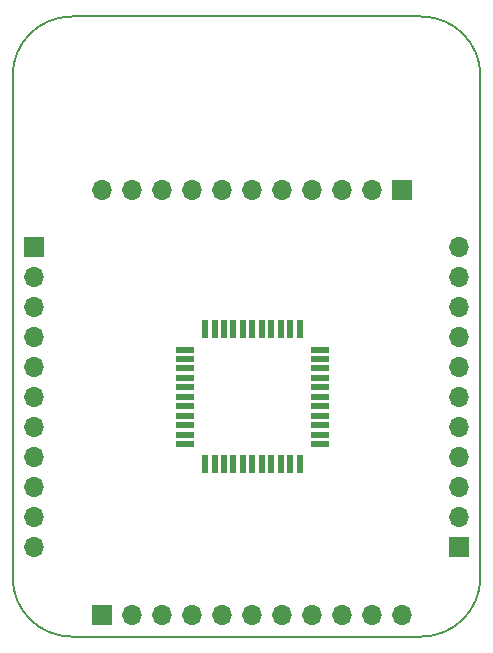
<source format=gbr>
G04 #@! TF.GenerationSoftware,KiCad,Pcbnew,5.1.4-e60b266~84~ubuntu19.04.1*
G04 #@! TF.CreationDate,2019-08-10T13:04:31+03:00*
G04 #@! TF.ProjectId,BRK-QFP-44-10x10-P0.8,42524b2d-5146-4502-9d34-342d31307831,v1.0*
G04 #@! TF.SameCoordinates,Original*
G04 #@! TF.FileFunction,Soldermask,Top*
G04 #@! TF.FilePolarity,Negative*
%FSLAX46Y46*%
G04 Gerber Fmt 4.6, Leading zero omitted, Abs format (unit mm)*
G04 Created by KiCad (PCBNEW 5.1.4-e60b266~84~ubuntu19.04.1) date 2019-08-10 13:04:31*
%MOMM*%
%LPD*%
G04 APERTURE LIST*
%ADD10C,0.150000*%
%ADD11R,0.550000X1.500000*%
%ADD12R,1.500000X0.550000*%
%ADD13O,1.700000X1.700000*%
%ADD14R,1.700000X1.700000*%
G04 APERTURE END LIST*
D10*
X73400000Y-30400000D02*
G75*
G02X78400000Y-35400000I0J-5000000D01*
G01*
X38800000Y-35400000D02*
G75*
G02X43800000Y-30400000I5000000J0D01*
G01*
X78400000Y-77900000D02*
G75*
G02X73400000Y-82900000I-5000000J0D01*
G01*
X43800000Y-82900000D02*
G75*
G02X38800000Y-77900000I0J5000000D01*
G01*
X73400000Y-82900000D02*
X43800000Y-82900000D01*
X78400000Y-35400000D02*
X78400000Y-77900000D01*
X43800000Y-30400000D02*
X73400000Y-30400000D01*
X38800000Y-77900000D02*
X38800000Y-35400000D01*
D11*
X55100000Y-56900000D03*
X55900000Y-56900000D03*
X56700000Y-56900000D03*
X57500000Y-56900000D03*
X58300000Y-56900000D03*
X59100000Y-56900000D03*
X59900000Y-56900000D03*
X60700000Y-56900000D03*
X61500000Y-56900000D03*
X62300000Y-56900000D03*
X63100000Y-56900000D03*
D12*
X64800000Y-58600000D03*
X64800000Y-59400000D03*
X64800000Y-60200000D03*
X64800000Y-61000000D03*
X64800000Y-61800000D03*
X64800000Y-62600000D03*
X64800000Y-63400000D03*
X64800000Y-64200000D03*
X64800000Y-65000000D03*
X64800000Y-65800000D03*
X64800000Y-66600000D03*
D11*
X63100000Y-68300000D03*
X62300000Y-68300000D03*
X61500000Y-68300000D03*
X60700000Y-68300000D03*
X59900000Y-68300000D03*
X59100000Y-68300000D03*
X58300000Y-68300000D03*
X57500000Y-68300000D03*
X56700000Y-68300000D03*
X55900000Y-68300000D03*
X55100000Y-68300000D03*
D12*
X53400000Y-66600000D03*
X53400000Y-65800000D03*
X53400000Y-65000000D03*
X53400000Y-64200000D03*
X53400000Y-63400000D03*
X53400000Y-62600000D03*
X53400000Y-61800000D03*
X53400000Y-61000000D03*
X53400000Y-60200000D03*
X53400000Y-59400000D03*
X53400000Y-58600000D03*
D13*
X46400000Y-45100000D03*
X48940000Y-45100000D03*
X51480000Y-45100000D03*
X54020000Y-45100000D03*
X56560000Y-45100000D03*
X59100000Y-45100000D03*
X61640000Y-45100000D03*
X64180000Y-45100000D03*
X66720000Y-45100000D03*
X69260000Y-45100000D03*
D14*
X71800000Y-45100000D03*
D13*
X76600000Y-49900000D03*
X76600000Y-52440000D03*
X76600000Y-54980000D03*
X76600000Y-57520000D03*
X76600000Y-60060000D03*
X76600000Y-62600000D03*
X76600000Y-65140000D03*
X76600000Y-67680000D03*
X76600000Y-70220000D03*
X76600000Y-72760000D03*
D14*
X76600000Y-75300000D03*
D13*
X71800000Y-81100000D03*
X69260000Y-81100000D03*
X66720000Y-81100000D03*
X64180000Y-81100000D03*
X61640000Y-81100000D03*
X59100000Y-81100000D03*
X56560000Y-81100000D03*
X54020000Y-81100000D03*
X51480000Y-81100000D03*
X48940000Y-81100000D03*
D14*
X46400000Y-81100000D03*
D13*
X40600000Y-75300000D03*
X40600000Y-72760000D03*
X40600000Y-70220000D03*
X40600000Y-67680000D03*
X40600000Y-65140000D03*
X40600000Y-62600000D03*
X40600000Y-60060000D03*
X40600000Y-57520000D03*
X40600000Y-54980000D03*
X40600000Y-52440000D03*
D14*
X40600000Y-49900000D03*
M02*

</source>
